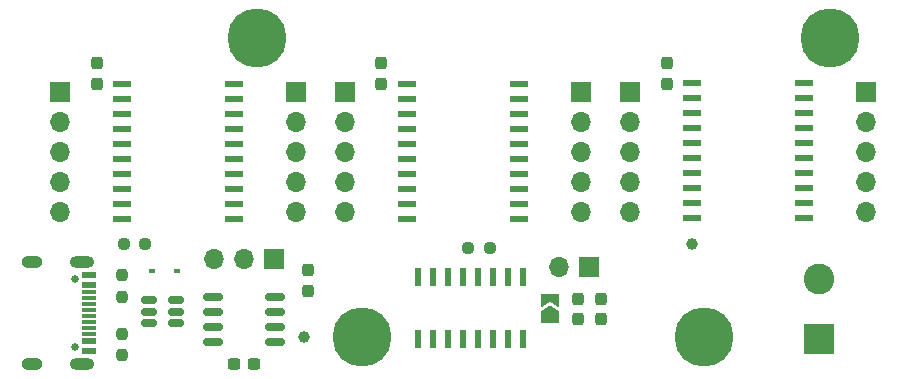
<source format=gbr>
%TF.GenerationSoftware,KiCad,Pcbnew,7.0.7-7.0.7~ubuntu22.04.1*%
%TF.CreationDate,2024-01-12T16:25:32+05:30*%
%TF.ProjectId,24-ch-relay-driver-kicad,32342d63-682d-4726-956c-61792d647269,1.1.0*%
%TF.SameCoordinates,Original*%
%TF.FileFunction,Soldermask,Top*%
%TF.FilePolarity,Negative*%
%FSLAX46Y46*%
G04 Gerber Fmt 4.6, Leading zero omitted, Abs format (unit mm)*
G04 Created by KiCad (PCBNEW 7.0.7-7.0.7~ubuntu22.04.1) date 2024-01-12 16:25:32*
%MOMM*%
%LPD*%
G01*
G04 APERTURE LIST*
G04 Aperture macros list*
%AMRoundRect*
0 Rectangle with rounded corners*
0 $1 Rounding radius*
0 $2 $3 $4 $5 $6 $7 $8 $9 X,Y pos of 4 corners*
0 Add a 4 corners polygon primitive as box body*
4,1,4,$2,$3,$4,$5,$6,$7,$8,$9,$2,$3,0*
0 Add four circle primitives for the rounded corners*
1,1,$1+$1,$2,$3*
1,1,$1+$1,$4,$5*
1,1,$1+$1,$6,$7*
1,1,$1+$1,$8,$9*
0 Add four rect primitives between the rounded corners*
20,1,$1+$1,$2,$3,$4,$5,0*
20,1,$1+$1,$4,$5,$6,$7,0*
20,1,$1+$1,$6,$7,$8,$9,0*
20,1,$1+$1,$8,$9,$2,$3,0*%
%AMFreePoly0*
4,1,6,1.000000,0.000000,0.500000,-0.750000,-0.500000,-0.750000,-0.500000,0.750000,0.500000,0.750000,1.000000,0.000000,1.000000,0.000000,$1*%
%AMFreePoly1*
4,1,6,0.500000,-0.750000,-0.650000,-0.750000,-0.150000,0.000000,-0.650000,0.750000,0.500000,0.750000,0.500000,-0.750000,0.500000,-0.750000,$1*%
G04 Aperture macros list end*
%ADD10RoundRect,0.237500X0.237500X-0.300000X0.237500X0.300000X-0.237500X0.300000X-0.237500X-0.300000X0*%
%ADD11C,5.000000*%
%ADD12RoundRect,0.237500X-0.237500X0.250000X-0.237500X-0.250000X0.237500X-0.250000X0.237500X0.250000X0*%
%ADD13R,1.700000X1.700000*%
%ADD14O,1.700000X1.700000*%
%ADD15RoundRect,0.150000X-0.675000X-0.150000X0.675000X-0.150000X0.675000X0.150000X-0.675000X0.150000X0*%
%ADD16R,1.500000X0.600000*%
%ADD17RoundRect,0.237500X0.300000X0.237500X-0.300000X0.237500X-0.300000X-0.237500X0.300000X-0.237500X0*%
%ADD18R,0.600000X0.450000*%
%ADD19RoundRect,0.150000X-0.512500X-0.150000X0.512500X-0.150000X0.512500X0.150000X-0.512500X0.150000X0*%
%ADD20RoundRect,0.137500X0.137500X-0.662500X0.137500X0.662500X-0.137500X0.662500X-0.137500X-0.662500X0*%
%ADD21RoundRect,0.237500X0.250000X0.237500X-0.250000X0.237500X-0.250000X-0.237500X0.250000X-0.237500X0*%
%ADD22C,1.000000*%
%ADD23RoundRect,0.237500X-0.237500X0.300000X-0.237500X-0.300000X0.237500X-0.300000X0.237500X0.300000X0*%
%ADD24R,2.600000X2.600000*%
%ADD25C,2.600000*%
%ADD26RoundRect,0.237500X0.237500X-0.250000X0.237500X0.250000X-0.237500X0.250000X-0.237500X-0.250000X0*%
%ADD27FreePoly0,90.000000*%
%ADD28FreePoly1,90.000000*%
%ADD29RoundRect,0.237500X-0.250000X-0.237500X0.250000X-0.237500X0.250000X0.237500X-0.250000X0.237500X0*%
%ADD30C,0.650000*%
%ADD31R,1.240000X0.600000*%
%ADD32R,1.240000X0.300000*%
%ADD33O,2.100000X1.000000*%
%ADD34O,1.800000X1.000000*%
G04 APERTURE END LIST*
D10*
%TO.C,C204*%
X139319000Y-94869000D03*
X139319000Y-93144000D03*
%TD*%
%TO.C,C303*%
X169672000Y-77362500D03*
X169672000Y-75637500D03*
%TD*%
D11*
%TO.C,H103*%
X172847000Y-98800000D03*
%TD*%
D12*
%TO.C,R201*%
X123571000Y-93552000D03*
X123571000Y-95377000D03*
%TD*%
D13*
%TO.C,J302*%
X142400000Y-78058000D03*
D14*
X142400000Y-80598000D03*
X142400000Y-83138000D03*
X142400000Y-85678000D03*
X142400000Y-88218000D03*
%TD*%
D15*
%TO.C,U202*%
X131233000Y-95377000D03*
X131233000Y-96647000D03*
X131233000Y-97917000D03*
X131233000Y-99187000D03*
X136483000Y-99187000D03*
X136483000Y-97917000D03*
X136483000Y-96647000D03*
X136483000Y-95377000D03*
%TD*%
D13*
%TO.C,J303*%
X118270000Y-78058000D03*
D14*
X118270000Y-80598000D03*
X118270000Y-83138000D03*
X118270000Y-85678000D03*
X118270000Y-88218000D03*
%TD*%
D16*
%TO.C,U302*%
X147650000Y-77343000D03*
X147650000Y-78613000D03*
X147650000Y-79883000D03*
X147650000Y-81153000D03*
X147650000Y-82423000D03*
X147650000Y-83693000D03*
X147650000Y-84963000D03*
X147650000Y-86233000D03*
X147650000Y-87503000D03*
X147650000Y-88773000D03*
X157150000Y-88773000D03*
X157150000Y-87503000D03*
X157150000Y-86233000D03*
X157150000Y-84963000D03*
X157150000Y-83693000D03*
X157150000Y-82423000D03*
X157150000Y-81153000D03*
X157150000Y-79883000D03*
X157150000Y-78613000D03*
X157150000Y-77343000D03*
%TD*%
D17*
%TO.C,C201*%
X134720500Y-101092000D03*
X132995500Y-101092000D03*
%TD*%
D13*
%TO.C,J305*%
X162400000Y-78058000D03*
D14*
X162400000Y-80598000D03*
X162400000Y-83138000D03*
X162400000Y-85678000D03*
X162400000Y-88218000D03*
%TD*%
D13*
%TO.C,J306*%
X138270000Y-78058000D03*
D14*
X138270000Y-80598000D03*
X138270000Y-83138000D03*
X138270000Y-85678000D03*
X138270000Y-88218000D03*
%TD*%
D18*
%TO.C,D201*%
X128183000Y-93218000D03*
X126083000Y-93218000D03*
%TD*%
D19*
%TO.C,U201*%
X125862500Y-95697000D03*
X125862500Y-96647000D03*
X125862500Y-97597000D03*
X128137500Y-97597000D03*
X128137500Y-96647000D03*
X128137500Y-95697000D03*
%TD*%
D13*
%TO.C,J304*%
X186530000Y-78033800D03*
D14*
X186530000Y-80573800D03*
X186530000Y-83113800D03*
X186530000Y-85653800D03*
X186530000Y-88193800D03*
%TD*%
D11*
%TO.C,H102*%
X183515000Y-73500000D03*
%TD*%
%TO.C,H104*%
X135000000Y-73500000D03*
%TD*%
D20*
%TO.C,U203*%
X148590000Y-99006000D03*
X149860000Y-99006000D03*
X151130000Y-99006000D03*
X152400000Y-99006000D03*
X153670000Y-99006000D03*
X154940000Y-99006000D03*
X156210000Y-99006000D03*
X157480000Y-99006000D03*
X157480000Y-93706000D03*
X156210000Y-93706000D03*
X154940000Y-93706000D03*
X153670000Y-93706000D03*
X152400000Y-93706000D03*
X151130000Y-93706000D03*
X149860000Y-93706000D03*
X148590000Y-93706000D03*
%TD*%
D21*
%TO.C,R203*%
X125523000Y-90932000D03*
X123698000Y-90932000D03*
%TD*%
D22*
%TO.C,TP202*%
X171831000Y-90932000D03*
%TD*%
D23*
%TO.C,C202*%
X162179000Y-95544300D03*
X162179000Y-97269300D03*
%TD*%
D24*
%TO.C,J202*%
X182575001Y-99000000D03*
D25*
X182575001Y-93920000D03*
%TD*%
D26*
%TO.C,R202*%
X123571000Y-100353500D03*
X123571000Y-98528500D03*
%TD*%
D22*
%TO.C,TP201*%
X138938000Y-98806000D03*
%TD*%
D23*
%TO.C,C203*%
X164084000Y-95544300D03*
X164084000Y-97269300D03*
%TD*%
D27*
%TO.C,JP201*%
X159766000Y-97118000D03*
D28*
X159766000Y-95668000D03*
%TD*%
D13*
%TO.C,J301*%
X166530000Y-78033800D03*
D14*
X166530000Y-80573800D03*
X166530000Y-83113800D03*
X166530000Y-85653800D03*
X166530000Y-88193800D03*
%TD*%
D13*
%TO.C,JP202*%
X163068000Y-92837000D03*
D14*
X160528000Y-92837000D03*
%TD*%
D16*
%TO.C,U301*%
X123520000Y-77343000D03*
X123520000Y-78613000D03*
X123520000Y-79883000D03*
X123520000Y-81153000D03*
X123520000Y-82423000D03*
X123520000Y-83693000D03*
X123520000Y-84963000D03*
X123520000Y-86233000D03*
X123520000Y-87503000D03*
X123520000Y-88773000D03*
X133020000Y-88773000D03*
X133020000Y-87503000D03*
X133020000Y-86233000D03*
X133020000Y-84963000D03*
X133020000Y-83693000D03*
X133020000Y-82423000D03*
X133020000Y-81153000D03*
X133020000Y-79883000D03*
X133020000Y-78613000D03*
X133020000Y-77343000D03*
%TD*%
D29*
%TO.C,R204*%
X152884500Y-91276000D03*
X154709500Y-91276000D03*
%TD*%
D16*
%TO.C,U303*%
X171780000Y-77318800D03*
X171780000Y-78588800D03*
X171780000Y-79858800D03*
X171780000Y-81128800D03*
X171780000Y-82398800D03*
X171780000Y-83668800D03*
X171780000Y-84938800D03*
X171780000Y-86208800D03*
X171780000Y-87478800D03*
X171780000Y-88748800D03*
X181280000Y-88748800D03*
X181280000Y-87478800D03*
X181280000Y-86208800D03*
X181280000Y-84938800D03*
X181280000Y-83668800D03*
X181280000Y-82398800D03*
X181280000Y-81128800D03*
X181280000Y-79858800D03*
X181280000Y-78588800D03*
X181280000Y-77318800D03*
%TD*%
D10*
%TO.C,C301*%
X121412000Y-77362500D03*
X121412000Y-75637500D03*
%TD*%
D13*
%TO.C,JP203*%
X136383000Y-92202000D03*
D14*
X133843000Y-92202000D03*
X131303000Y-92202000D03*
%TD*%
D11*
%TO.C,H101*%
X143891000Y-98800000D03*
%TD*%
D10*
%TO.C,C302*%
X145500000Y-77362500D03*
X145500000Y-75637500D03*
%TD*%
D30*
%TO.C,J201*%
X119612000Y-93884000D03*
X119612000Y-99664000D03*
D31*
X120732000Y-93574000D03*
X120732000Y-94374000D03*
D32*
X120732000Y-95524000D03*
X120732000Y-96524000D03*
X120732000Y-97024000D03*
X120732000Y-98024000D03*
D31*
X120732000Y-99174000D03*
X120732000Y-99974000D03*
X120732000Y-99974000D03*
X120732000Y-99174000D03*
D32*
X120732000Y-98524000D03*
X120732000Y-97524000D03*
X120732000Y-96024000D03*
X120732000Y-95024000D03*
D31*
X120732000Y-94374000D03*
X120732000Y-93574000D03*
D33*
X120132000Y-92454000D03*
D34*
X115932000Y-92454000D03*
D33*
X120132000Y-101094000D03*
D34*
X115932000Y-101094000D03*
%TD*%
M02*

</source>
